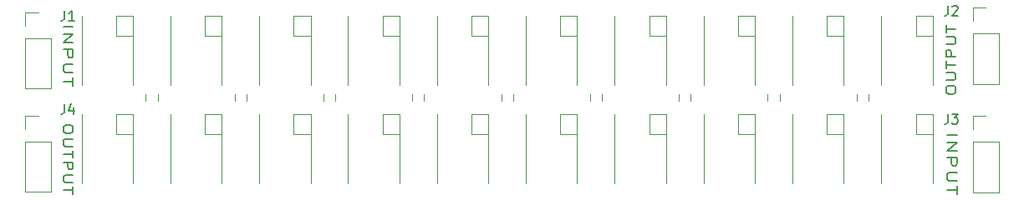
<source format=gbr>
G04 #@! TF.GenerationSoftware,KiCad,Pcbnew,(5.0.0)*
G04 #@! TF.CreationDate,2020-03-31T10:14:19-04:00*
G04 #@! TF.ProjectId,WS2812 STRIP 10CM,57533238313220535452495020313043,rev?*
G04 #@! TF.SameCoordinates,Original*
G04 #@! TF.FileFunction,Legend,Top*
G04 #@! TF.FilePolarity,Positive*
%FSLAX46Y46*%
G04 Gerber Fmt 4.6, Leading zero omitted, Abs format (unit mm)*
G04 Created by KiCad (PCBNEW (5.0.0)) date 03/31/20 10:14:19*
%MOMM*%
%LPD*%
G01*
G04 APERTURE LIST*
%ADD10C,0.200000*%
%ADD11C,0.100000*%
%ADD12C,0.120000*%
%ADD13C,0.150000*%
G04 APERTURE END LIST*
D10*
X179047619Y-63607142D02*
X180047619Y-63607142D01*
X179047619Y-64321428D02*
X180047619Y-64321428D01*
X179047619Y-65178571D01*
X180047619Y-65178571D01*
X179047619Y-65892857D02*
X180047619Y-65892857D01*
X180047619Y-66464285D01*
X180000000Y-66607142D01*
X179952380Y-66678571D01*
X179857142Y-66750000D01*
X179714285Y-66750000D01*
X179619047Y-66678571D01*
X179571428Y-66607142D01*
X179523809Y-66464285D01*
X179523809Y-65892857D01*
X180047619Y-67392857D02*
X179238095Y-67392857D01*
X179142857Y-67464285D01*
X179095238Y-67535714D01*
X179047619Y-67678571D01*
X179047619Y-67964285D01*
X179095238Y-68107142D01*
X179142857Y-68178571D01*
X179238095Y-68250000D01*
X180047619Y-68250000D01*
X180047619Y-68750000D02*
X180047619Y-69607142D01*
X179047619Y-69178571D02*
X180047619Y-69178571D01*
X90547619Y-62873809D02*
X90547619Y-63121428D01*
X90500000Y-63245238D01*
X90404761Y-63369047D01*
X90214285Y-63430952D01*
X89880952Y-63430952D01*
X89690476Y-63369047D01*
X89595238Y-63245238D01*
X89547619Y-63121428D01*
X89547619Y-62873809D01*
X89595238Y-62750000D01*
X89690476Y-62626190D01*
X89880952Y-62564285D01*
X90214285Y-62564285D01*
X90404761Y-62626190D01*
X90500000Y-62750000D01*
X90547619Y-62873809D01*
X90547619Y-63988095D02*
X89738095Y-63988095D01*
X89642857Y-64050000D01*
X89595238Y-64111904D01*
X89547619Y-64235714D01*
X89547619Y-64483333D01*
X89595238Y-64607142D01*
X89642857Y-64669047D01*
X89738095Y-64730952D01*
X90547619Y-64730952D01*
X90547619Y-65164285D02*
X90547619Y-65907142D01*
X89547619Y-65535714D02*
X90547619Y-65535714D01*
X89547619Y-66340476D02*
X90547619Y-66340476D01*
X90547619Y-66835714D01*
X90500000Y-66959523D01*
X90452380Y-67021428D01*
X90357142Y-67083333D01*
X90214285Y-67083333D01*
X90119047Y-67021428D01*
X90071428Y-66959523D01*
X90023809Y-66835714D01*
X90023809Y-66340476D01*
X90547619Y-67640476D02*
X89738095Y-67640476D01*
X89642857Y-67702380D01*
X89595238Y-67764285D01*
X89547619Y-67888095D01*
X89547619Y-68135714D01*
X89595238Y-68259523D01*
X89642857Y-68321428D01*
X89738095Y-68383333D01*
X90547619Y-68383333D01*
X90547619Y-68816666D02*
X90547619Y-69559523D01*
X89547619Y-69188095D02*
X90547619Y-69188095D01*
X178952380Y-59126190D02*
X178952380Y-58878571D01*
X179000000Y-58754761D01*
X179095238Y-58630952D01*
X179285714Y-58569047D01*
X179619047Y-58569047D01*
X179809523Y-58630952D01*
X179904761Y-58754761D01*
X179952380Y-58878571D01*
X179952380Y-59126190D01*
X179904761Y-59250000D01*
X179809523Y-59373809D01*
X179619047Y-59435714D01*
X179285714Y-59435714D01*
X179095238Y-59373809D01*
X179000000Y-59250000D01*
X178952380Y-59126190D01*
X178952380Y-58011904D02*
X179761904Y-58011904D01*
X179857142Y-57950000D01*
X179904761Y-57888095D01*
X179952380Y-57764285D01*
X179952380Y-57516666D01*
X179904761Y-57392857D01*
X179857142Y-57330952D01*
X179761904Y-57269047D01*
X178952380Y-57269047D01*
X178952380Y-56835714D02*
X178952380Y-56092857D01*
X179952380Y-56464285D02*
X178952380Y-56464285D01*
X179952380Y-55659523D02*
X178952380Y-55659523D01*
X178952380Y-55164285D01*
X179000000Y-55040476D01*
X179047619Y-54978571D01*
X179142857Y-54916666D01*
X179285714Y-54916666D01*
X179380952Y-54978571D01*
X179428571Y-55040476D01*
X179476190Y-55164285D01*
X179476190Y-55659523D01*
X178952380Y-54359523D02*
X179761904Y-54359523D01*
X179857142Y-54297619D01*
X179904761Y-54235714D01*
X179952380Y-54111904D01*
X179952380Y-53864285D01*
X179904761Y-53740476D01*
X179857142Y-53678571D01*
X179761904Y-53616666D01*
X178952380Y-53616666D01*
X178952380Y-53183333D02*
X178952380Y-52440476D01*
X179952380Y-52811904D02*
X178952380Y-52811904D01*
X89547619Y-52607142D02*
X90547619Y-52607142D01*
X89547619Y-53321428D02*
X90547619Y-53321428D01*
X89547619Y-54178571D01*
X90547619Y-54178571D01*
X89547619Y-54892857D02*
X90547619Y-54892857D01*
X90547619Y-55464285D01*
X90500000Y-55607142D01*
X90452380Y-55678571D01*
X90357142Y-55750000D01*
X90214285Y-55750000D01*
X90119047Y-55678571D01*
X90071428Y-55607142D01*
X90023809Y-55464285D01*
X90023809Y-54892857D01*
X90547619Y-56392857D02*
X89738095Y-56392857D01*
X89642857Y-56464285D01*
X89595238Y-56535714D01*
X89547619Y-56678571D01*
X89547619Y-56964285D01*
X89595238Y-57107142D01*
X89642857Y-57178571D01*
X89738095Y-57250000D01*
X90547619Y-57250000D01*
X90547619Y-57750000D02*
X90547619Y-58607142D01*
X89547619Y-58178571D02*
X90547619Y-58178571D01*
D11*
G04 #@! TO.C,U8*
X121900000Y-63500000D02*
X123600000Y-63500000D01*
X121900000Y-63400000D02*
X121900000Y-63500000D01*
X121900000Y-61500000D02*
X121900000Y-63400000D01*
X122600000Y-61500000D02*
X121900000Y-61500000D01*
D12*
X118400000Y-68500000D02*
X118400000Y-61500000D01*
X123600000Y-68500000D02*
X123600000Y-61500000D01*
X123600000Y-61500000D02*
X122600000Y-61500000D01*
D11*
G04 #@! TO.C,U16*
X157900000Y-63500000D02*
X159600000Y-63500000D01*
X157900000Y-63400000D02*
X157900000Y-63500000D01*
X157900000Y-61500000D02*
X157900000Y-63400000D01*
X158600000Y-61500000D02*
X157900000Y-61500000D01*
D12*
X154400000Y-68500000D02*
X154400000Y-61500000D01*
X159600000Y-68500000D02*
X159600000Y-61500000D01*
X159600000Y-61500000D02*
X158600000Y-61500000D01*
G04 #@! TO.C,U20*
X177600000Y-61500000D02*
X176600000Y-61500000D01*
X177600000Y-68500000D02*
X177600000Y-61500000D01*
X172400000Y-68500000D02*
X172400000Y-61500000D01*
D11*
X176600000Y-61500000D02*
X175900000Y-61500000D01*
X175900000Y-61500000D02*
X175900000Y-63400000D01*
X175900000Y-63400000D02*
X175900000Y-63500000D01*
X175900000Y-63500000D02*
X177600000Y-63500000D01*
G04 #@! TO.C,U18*
X166900000Y-63500000D02*
X168600000Y-63500000D01*
X166900000Y-63400000D02*
X166900000Y-63500000D01*
X166900000Y-61500000D02*
X166900000Y-63400000D01*
X167600000Y-61500000D02*
X166900000Y-61500000D01*
D12*
X163400000Y-68500000D02*
X163400000Y-61500000D01*
X168600000Y-68500000D02*
X168600000Y-61500000D01*
X168600000Y-61500000D02*
X167600000Y-61500000D01*
D11*
G04 #@! TO.C,U10*
X130900000Y-63500000D02*
X132600000Y-63500000D01*
X130900000Y-63400000D02*
X130900000Y-63500000D01*
X130900000Y-61500000D02*
X130900000Y-63400000D01*
X131600000Y-61500000D02*
X130900000Y-61500000D01*
D12*
X127400000Y-68500000D02*
X127400000Y-61500000D01*
X132600000Y-68500000D02*
X132600000Y-61500000D01*
X132600000Y-61500000D02*
X131600000Y-61500000D01*
G04 #@! TO.C,U4*
X105600000Y-61500000D02*
X104600000Y-61500000D01*
X105600000Y-68500000D02*
X105600000Y-61500000D01*
X100400000Y-68500000D02*
X100400000Y-61500000D01*
D11*
X104600000Y-61500000D02*
X103900000Y-61500000D01*
X103900000Y-61500000D02*
X103900000Y-63400000D01*
X103900000Y-63400000D02*
X103900000Y-63500000D01*
X103900000Y-63500000D02*
X105600000Y-63500000D01*
G04 #@! TO.C,U2*
X94900000Y-63500000D02*
X96600000Y-63500000D01*
X94900000Y-63400000D02*
X94900000Y-63500000D01*
X94900000Y-61500000D02*
X94900000Y-63400000D01*
X95600000Y-61500000D02*
X94900000Y-61500000D01*
D12*
X91400000Y-68500000D02*
X91400000Y-61500000D01*
X96600000Y-68500000D02*
X96600000Y-61500000D01*
X96600000Y-61500000D02*
X95600000Y-61500000D01*
G04 #@! TO.C,U6*
X114600000Y-61500000D02*
X113600000Y-61500000D01*
X114600000Y-68500000D02*
X114600000Y-61500000D01*
X109400000Y-68500000D02*
X109400000Y-61500000D01*
D11*
X113600000Y-61500000D02*
X112900000Y-61500000D01*
X112900000Y-61500000D02*
X112900000Y-63400000D01*
X112900000Y-63400000D02*
X112900000Y-63500000D01*
X112900000Y-63500000D02*
X114600000Y-63500000D01*
D12*
G04 #@! TO.C,U14*
X150600000Y-61500000D02*
X149600000Y-61500000D01*
X150600000Y-68500000D02*
X150600000Y-61500000D01*
X145400000Y-68500000D02*
X145400000Y-61500000D01*
D11*
X149600000Y-61500000D02*
X148900000Y-61500000D01*
X148900000Y-61500000D02*
X148900000Y-63400000D01*
X148900000Y-63400000D02*
X148900000Y-63500000D01*
X148900000Y-63500000D02*
X150600000Y-63500000D01*
D12*
G04 #@! TO.C,U12*
X141600000Y-61500000D02*
X140600000Y-61500000D01*
X141600000Y-68500000D02*
X141600000Y-61500000D01*
X136400000Y-68500000D02*
X136400000Y-61500000D01*
D11*
X140600000Y-61500000D02*
X139900000Y-61500000D01*
X139900000Y-61500000D02*
X139900000Y-63400000D01*
X139900000Y-63400000D02*
X139900000Y-63500000D01*
X139900000Y-63500000D02*
X141600000Y-63500000D01*
D12*
G04 #@! TO.C,C1*
X97900000Y-60100000D02*
X97900000Y-59400000D01*
X99100000Y-59400000D02*
X99100000Y-60100000D01*
G04 #@! TO.C,C2*
X106900000Y-60100000D02*
X106900000Y-59400000D01*
X108100000Y-59400000D02*
X108100000Y-60100000D01*
G04 #@! TO.C,C3*
X117100000Y-59400000D02*
X117100000Y-60100000D01*
X115900000Y-60100000D02*
X115900000Y-59400000D01*
G04 #@! TO.C,C4*
X126100000Y-59400000D02*
X126100000Y-60100000D01*
X124900000Y-60100000D02*
X124900000Y-59400000D01*
G04 #@! TO.C,C5*
X133900000Y-60100000D02*
X133900000Y-59400000D01*
X135100000Y-59400000D02*
X135100000Y-60100000D01*
G04 #@! TO.C,C6*
X142900000Y-60100000D02*
X142900000Y-59400000D01*
X144100000Y-59400000D02*
X144100000Y-60100000D01*
G04 #@! TO.C,C7*
X153100000Y-59400000D02*
X153100000Y-60100000D01*
X151900000Y-60100000D02*
X151900000Y-59400000D01*
G04 #@! TO.C,C8*
X162100000Y-59400000D02*
X162100000Y-60100000D01*
X160900000Y-60100000D02*
X160900000Y-59400000D01*
G04 #@! TO.C,J1*
X85670000Y-58870000D02*
X88330000Y-58870000D01*
X85670000Y-53730000D02*
X85670000Y-58870000D01*
X88330000Y-53730000D02*
X88330000Y-58870000D01*
X85670000Y-53730000D02*
X88330000Y-53730000D01*
X85670000Y-52460000D02*
X85670000Y-51130000D01*
X85670000Y-51130000D02*
X87000000Y-51130000D01*
G04 #@! TO.C,J2*
X181670000Y-50670000D02*
X183000000Y-50670000D01*
X181670000Y-52000000D02*
X181670000Y-50670000D01*
X181670000Y-53270000D02*
X184330000Y-53270000D01*
X184330000Y-53270000D02*
X184330000Y-58410000D01*
X181670000Y-53270000D02*
X181670000Y-58410000D01*
X181670000Y-58410000D02*
X184330000Y-58410000D01*
G04 #@! TO.C,U1*
X96600000Y-51500000D02*
X95600000Y-51500000D01*
X96600000Y-58500000D02*
X96600000Y-51500000D01*
X91400000Y-58500000D02*
X91400000Y-51500000D01*
D11*
X95600000Y-51500000D02*
X94900000Y-51500000D01*
X94900000Y-51500000D02*
X94900000Y-53400000D01*
X94900000Y-53400000D02*
X94900000Y-53500000D01*
X94900000Y-53500000D02*
X96600000Y-53500000D01*
G04 #@! TO.C,U3*
X103900000Y-53500000D02*
X105600000Y-53500000D01*
X103900000Y-53400000D02*
X103900000Y-53500000D01*
X103900000Y-51500000D02*
X103900000Y-53400000D01*
X104600000Y-51500000D02*
X103900000Y-51500000D01*
D12*
X100400000Y-58500000D02*
X100400000Y-51500000D01*
X105600000Y-58500000D02*
X105600000Y-51500000D01*
X105600000Y-51500000D02*
X104600000Y-51500000D01*
D11*
G04 #@! TO.C,U5*
X112900000Y-53500000D02*
X114600000Y-53500000D01*
X112900000Y-53400000D02*
X112900000Y-53500000D01*
X112900000Y-51500000D02*
X112900000Y-53400000D01*
X113600000Y-51500000D02*
X112900000Y-51500000D01*
D12*
X109400000Y-58500000D02*
X109400000Y-51500000D01*
X114600000Y-58500000D02*
X114600000Y-51500000D01*
X114600000Y-51500000D02*
X113600000Y-51500000D01*
G04 #@! TO.C,U7*
X123600000Y-51500000D02*
X122600000Y-51500000D01*
X123600000Y-58500000D02*
X123600000Y-51500000D01*
X118400000Y-58500000D02*
X118400000Y-51500000D01*
D11*
X122600000Y-51500000D02*
X121900000Y-51500000D01*
X121900000Y-51500000D02*
X121900000Y-53400000D01*
X121900000Y-53400000D02*
X121900000Y-53500000D01*
X121900000Y-53500000D02*
X123600000Y-53500000D01*
D12*
G04 #@! TO.C,U9*
X132600000Y-51500000D02*
X131600000Y-51500000D01*
X132600000Y-58500000D02*
X132600000Y-51500000D01*
X127400000Y-58500000D02*
X127400000Y-51500000D01*
D11*
X131600000Y-51500000D02*
X130900000Y-51500000D01*
X130900000Y-51500000D02*
X130900000Y-53400000D01*
X130900000Y-53400000D02*
X130900000Y-53500000D01*
X130900000Y-53500000D02*
X132600000Y-53500000D01*
G04 #@! TO.C,U11*
X139900000Y-53500000D02*
X141600000Y-53500000D01*
X139900000Y-53400000D02*
X139900000Y-53500000D01*
X139900000Y-51500000D02*
X139900000Y-53400000D01*
X140600000Y-51500000D02*
X139900000Y-51500000D01*
D12*
X136400000Y-58500000D02*
X136400000Y-51500000D01*
X141600000Y-58500000D02*
X141600000Y-51500000D01*
X141600000Y-51500000D02*
X140600000Y-51500000D01*
D11*
G04 #@! TO.C,U13*
X148900000Y-53500000D02*
X150600000Y-53500000D01*
X148900000Y-53400000D02*
X148900000Y-53500000D01*
X148900000Y-51500000D02*
X148900000Y-53400000D01*
X149600000Y-51500000D02*
X148900000Y-51500000D01*
D12*
X145400000Y-58500000D02*
X145400000Y-51500000D01*
X150600000Y-58500000D02*
X150600000Y-51500000D01*
X150600000Y-51500000D02*
X149600000Y-51500000D01*
G04 #@! TO.C,U15*
X159600000Y-51500000D02*
X158600000Y-51500000D01*
X159600000Y-58500000D02*
X159600000Y-51500000D01*
X154400000Y-58500000D02*
X154400000Y-51500000D01*
D11*
X158600000Y-51500000D02*
X157900000Y-51500000D01*
X157900000Y-51500000D02*
X157900000Y-53400000D01*
X157900000Y-53400000D02*
X157900000Y-53500000D01*
X157900000Y-53500000D02*
X159600000Y-53500000D01*
D12*
G04 #@! TO.C,U17*
X168600000Y-51500000D02*
X167600000Y-51500000D01*
X168600000Y-58500000D02*
X168600000Y-51500000D01*
X163400000Y-58500000D02*
X163400000Y-51500000D01*
D11*
X167600000Y-51500000D02*
X166900000Y-51500000D01*
X166900000Y-51500000D02*
X166900000Y-53400000D01*
X166900000Y-53400000D02*
X166900000Y-53500000D01*
X166900000Y-53500000D02*
X168600000Y-53500000D01*
G04 #@! TO.C,U19*
X175900000Y-53500000D02*
X177600000Y-53500000D01*
X175900000Y-53400000D02*
X175900000Y-53500000D01*
X175900000Y-51500000D02*
X175900000Y-53400000D01*
X176600000Y-51500000D02*
X175900000Y-51500000D01*
D12*
X172400000Y-58500000D02*
X172400000Y-51500000D01*
X177600000Y-58500000D02*
X177600000Y-51500000D01*
X177600000Y-51500000D02*
X176600000Y-51500000D01*
G04 #@! TO.C,C9*
X169900000Y-60100000D02*
X169900000Y-59400000D01*
X171100000Y-59400000D02*
X171100000Y-60100000D01*
G04 #@! TO.C,J3*
X181670000Y-61670000D02*
X183000000Y-61670000D01*
X181670000Y-63000000D02*
X181670000Y-61670000D01*
X181670000Y-64270000D02*
X184330000Y-64270000D01*
X184330000Y-64270000D02*
X184330000Y-69410000D01*
X181670000Y-64270000D02*
X181670000Y-69410000D01*
X181670000Y-69410000D02*
X184330000Y-69410000D01*
G04 #@! TO.C,J4*
X85670000Y-69370000D02*
X88330000Y-69370000D01*
X85670000Y-64230000D02*
X85670000Y-69370000D01*
X88330000Y-64230000D02*
X88330000Y-69370000D01*
X85670000Y-64230000D02*
X88330000Y-64230000D01*
X85670000Y-62960000D02*
X85670000Y-61630000D01*
X85670000Y-61630000D02*
X87000000Y-61630000D01*
G04 #@! TO.C,J1*
D13*
X89666666Y-50952380D02*
X89666666Y-51666666D01*
X89619047Y-51809523D01*
X89523809Y-51904761D01*
X89380952Y-51952380D01*
X89285714Y-51952380D01*
X90666666Y-51952380D02*
X90095238Y-51952380D01*
X90380952Y-51952380D02*
X90380952Y-50952380D01*
X90285714Y-51095238D01*
X90190476Y-51190476D01*
X90095238Y-51238095D01*
G04 #@! TO.C,J2*
X179166666Y-50452380D02*
X179166666Y-51166666D01*
X179119047Y-51309523D01*
X179023809Y-51404761D01*
X178880952Y-51452380D01*
X178785714Y-51452380D01*
X179595238Y-50547619D02*
X179642857Y-50500000D01*
X179738095Y-50452380D01*
X179976190Y-50452380D01*
X180071428Y-50500000D01*
X180119047Y-50547619D01*
X180166666Y-50642857D01*
X180166666Y-50738095D01*
X180119047Y-50880952D01*
X179547619Y-51452380D01*
X180166666Y-51452380D01*
G04 #@! TO.C,J3*
X179166666Y-61452380D02*
X179166666Y-62166666D01*
X179119047Y-62309523D01*
X179023809Y-62404761D01*
X178880952Y-62452380D01*
X178785714Y-62452380D01*
X179547619Y-61452380D02*
X180166666Y-61452380D01*
X179833333Y-61833333D01*
X179976190Y-61833333D01*
X180071428Y-61880952D01*
X180119047Y-61928571D01*
X180166666Y-62023809D01*
X180166666Y-62261904D01*
X180119047Y-62357142D01*
X180071428Y-62404761D01*
X179976190Y-62452380D01*
X179690476Y-62452380D01*
X179595238Y-62404761D01*
X179547619Y-62357142D01*
G04 #@! TO.C,J4*
X89666666Y-60452380D02*
X89666666Y-61166666D01*
X89619047Y-61309523D01*
X89523809Y-61404761D01*
X89380952Y-61452380D01*
X89285714Y-61452380D01*
X90571428Y-60785714D02*
X90571428Y-61452380D01*
X90333333Y-60404761D02*
X90095238Y-61119047D01*
X90714285Y-61119047D01*
G04 #@! TD*
M02*

</source>
